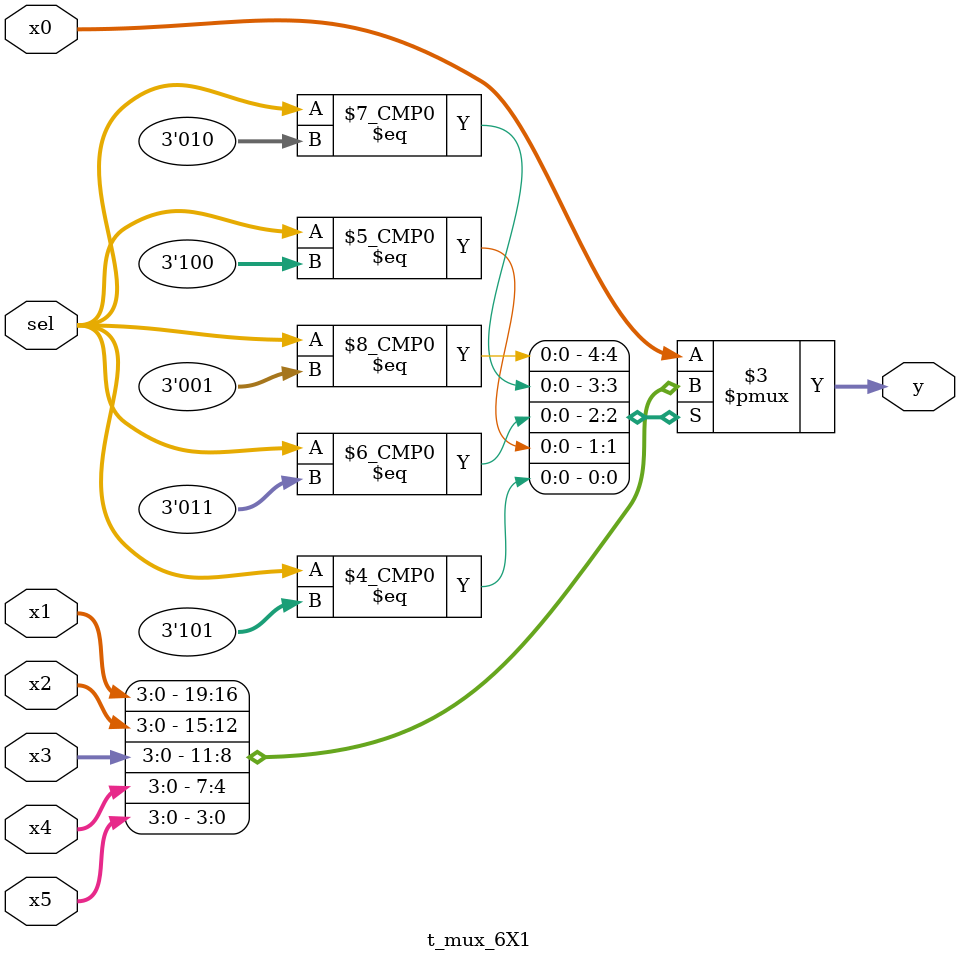
<source format=v>
`timescale 1ns / 1ps


module t_mux_6X1(
    input [2:0] sel,
    input [3:0] x0,
    input [3:0] x1,
    input [3:0] x2,
    input [3:0] x3,
    input [3:0] x4,
    input [3:0] x5,
    output reg [3:0] y
    );

    always @(*) begin
        case(sel)
            3'h0: y=x0;
            3'h1: y=x1;
            3'h2: y=x2;
            3'h3: y=x3;
            3'h4: y=x4;
            3'h5: y=x5;
            default: y=x0;
        endcase
    end
endmodule
</source>
